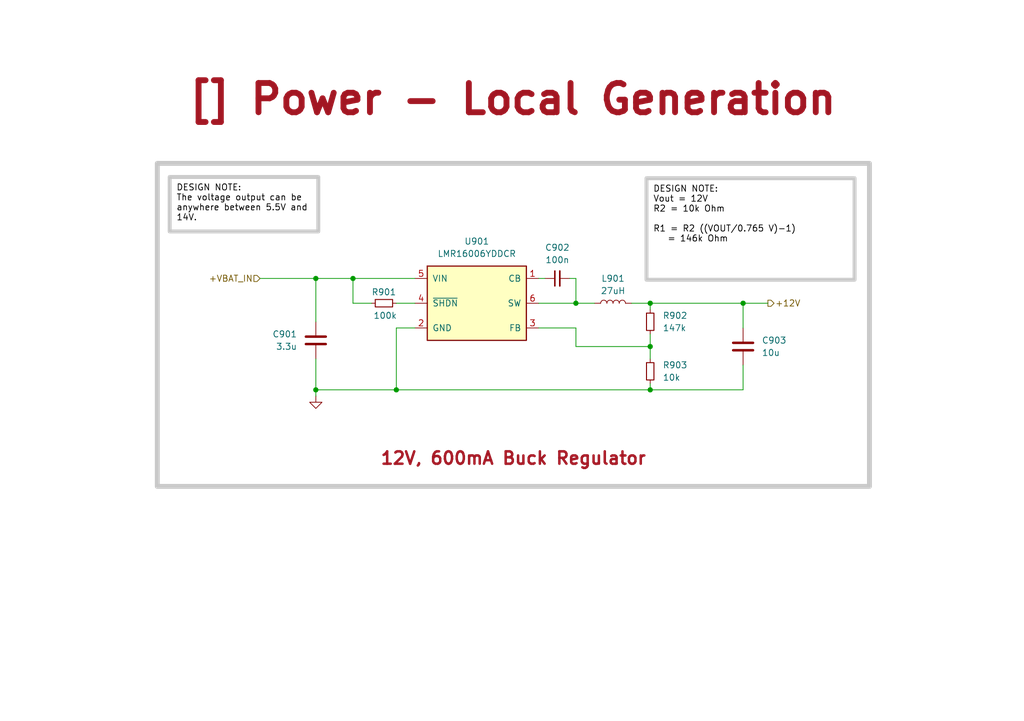
<source format=kicad_sch>
(kicad_sch (version 20231120) (generator "eeschema") (generator_version "8.0")
  (paper "A5")
  (title_block (title "Power - Local Generation") (date "Last Modified Date") (rev "${REVISION}") (company "${COMPANY}"))
  (lib_symbols
    (symbol "Device:C" (pin_numbers hide) (pin_names (offset 0.254))
      (property "Reference" "C" (at 0.635 2.54 0))
      (property "Value" "C" (at 0.635 -2.54 0))
      (symbol "C_0_1"
        (polyline (pts (xy -2.032 -0.762) (xy 2.032 -0.762)) (stroke (width 0.508)))
        (polyline (pts (xy -2.032 0.762) (xy 2.032 0.762)) (stroke (width 0.508)))
      )
      (symbol "C_1_1"
        (pin passive line (at 0 3.81 270) (length 2.794) (name "~") (number "1"))
        (pin passive line (at 0 -3.81 90) (length 2.794) (name "~") (number "2"))
      )
    )
    (symbol "Device:C_Small" (pin_numbers hide) (pin_names (offset 0.254) hide)
      (property "Reference" "C" (at 0.254 1.778 0))
      (property "Value" "C_Small" (at 0.254 -2.032 0))
      (symbol "C_Small_0_1"
        (polyline (pts (xy -1.524 -0.508) (xy 1.524 -0.508)) (stroke (width 0.3302)))
        (polyline (pts (xy -1.524 0.508) (xy 1.524 0.508)) (stroke (width 0.3048)))
      )
      (symbol "C_Small_1_1"
        (pin passive line (at 0 2.54 270) (length 2.032) (name "~") (number "1"))
        (pin passive line (at 0 -2.54 90) (length 2.032) (name "~") (number "2"))
      )
    )
    (symbol "Device:L" (pin_numbers hide) (pin_names (offset 1.016) hide)
      (property "Reference" "L" (at -1.27 0 90))
      (property "Value" "L" (at 1.905 0 90))
      (symbol "L_0_1"
        (arc (start 0 -2.54) (mid 0.6323 -1.905) (end 0 -1.27))
        (arc (start 0 -1.27) (mid 0.6323 -0.635) (end 0 0))
        (arc (start 0 0) (mid 0.6323 0.635) (end 0 1.27))
        (arc (start 0 1.27) (mid 0.6323 1.905) (end 0 2.54))
      )
      (symbol "L_1_1"
        (pin passive line (at 0 3.81 270) (length 1.27) (name "1") (number "1"))
        (pin passive line (at 0 -3.81 90) (length 1.27) (name "2") (number "2"))
      )
    )
    (symbol "Device:R_Small" (pin_numbers hide) (pin_names (offset 0.254) hide)
      (property "Reference" "R" (at 0.762 0.508 0))
      (property "Value" "R_Small" (at 0.762 -1.016 0))
      (symbol "R_Small_0_1"
        (rectangle (start -0.762 1.778) (end 0.762 -1.778) (stroke (width 0.2032)))
      )
      (symbol "R_Small_1_1"
        (pin passive line (at 0 2.54 270) (length 0.762) (name "~") (number "1"))
        (pin passive line (at 0 -2.54 90) (length 0.762) (name "~") (number "2"))
      )
    )
    (symbol "Regulator_Switching:LMR16006YQ" (pin_names (offset 1.016))
      (property "Reference" "U2" (at 0 12.7 0))
      (property "Value" "LMR16006YDDCR" (at 0 10.16 0))
      (symbol "LMR16006YQ_0_1"
        (rectangle (start -10.16 7.62) (end 10.16 -7.62) (stroke (width 0.254)) (fill (type background)))
      )
      (symbol "LMR16006YQ_1_1"
        (pin input line (at 12.7 5.08 180) (length 2.54) (name "CB") (number "1"))
        (pin power_in line (at -12.7 -5.08 0) (length 2.54) (name "GND") (number "2"))
        (pin input line (at 12.7 -5.08 180) (length 2.54) (name "FB") (number "3"))
        (pin input line (at -12.7 0 0) (length 2.54) (name "~{SHDN}") (number "4"))
        (pin power_in line (at -12.7 5.08 0) (length 2.54) (name "VIN") (number "5"))
        (pin output line (at 12.7 0 180) (length 2.54) (name "SW") (number "6"))
      )
    )
    (symbol "power:GND" (power) (pin_numbers hide) (pin_names (offset 0) hide)
      (property "Value" "GND" (at 0 -3.81 0))
      (symbol "GND_0_1"
        (polyline (pts (xy 0 0) (xy 0 -1.27) (xy 1.27 -1.27) (xy 0 -2.54) (xy -1.27 -1.27) (xy 0 -1.27)))
      )
      (symbol "GND_1_1"
        (pin power_in line (at 0 0 270) (length 0) (name "~") (number "1"))
      )
    )
  )
  (junction (at 133.35 71.12))
  (junction (at 118.11 62.23))
  (junction (at 64.77 80.01))
  (junction (at 133.35 80.01))
  (junction (at 133.35 62.23))
  (junction (at 152.4 62.23))
  (junction (at 72.39 57.15))
  (junction (at 64.77 57.15))
  (junction (at 81.28 80.01))
  (wire (pts (xy 118.11 71.12) (xy 133.35 71.12)))
  (wire (pts (xy 64.77 57.15) (xy 72.39 57.15)))
  (wire (pts (xy 118.11 57.15) (xy 118.11 62.23)))
  (wire (pts (xy 133.35 71.12) (xy 133.35 73.66)))
  (wire (pts (xy 133.35 78.74) (xy 133.35 80.01)))
  (wire (pts (xy 81.28 67.31) (xy 81.28 80.01)))
  (wire (pts (xy 133.35 62.23) (xy 129.54 62.23)))
  (wire (pts (xy 152.4 80.01) (xy 133.35 80.01)))
  (wire (pts (xy 152.4 67.31) (xy 152.4 62.23)))
  (wire (pts (xy 72.39 62.23) (xy 72.39 57.15)))
  (wire (pts (xy 64.77 73.66) (xy 64.77 80.01)))
  (wire (pts (xy 118.11 67.31) (xy 118.11 71.12)))
  (wire (pts (xy 72.39 57.15) (xy 85.09 57.15)))
  (wire (pts (xy 110.49 57.15) (xy 111.76 57.15)))
  (wire (pts (xy 85.09 67.31) (xy 81.28 67.31)))
  (wire (pts (xy 152.4 62.23) (xy 157.48 62.23)))
  (wire (pts (xy 81.28 62.23) (xy 85.09 62.23)))
  (wire (pts (xy 133.35 62.23) (xy 152.4 62.23)))
  (wire (pts (xy 64.77 66.04) (xy 64.77 57.15)))
  (wire (pts (xy 133.35 68.58) (xy 133.35 71.12)))
  (wire (pts (xy 116.84 57.15) (xy 118.11 57.15)))
  (wire (pts (xy 64.77 80.01) (xy 64.77 81.28)))
  (wire (pts (xy 76.2 62.23) (xy 72.39 62.23)))
  (wire (pts (xy 110.49 67.31) (xy 118.11 67.31)))
  (wire (pts (xy 81.28 80.01) (xy 64.77 80.01)))
  (wire (pts (xy 152.4 74.93) (xy 152.4 80.01)))
  (wire (pts (xy 110.49 62.23) (xy 118.11 62.23)))
  (wire (pts (xy 81.28 80.01) (xy 133.35 80.01)))
  (wire (pts (xy 133.35 63.5) (xy 133.35 62.23)))
  (wire (pts (xy 53.34 57.15) (xy 64.77 57.15)))
  (wire (pts (xy 118.11 62.23) (xy 121.92 62.23)))
  (rectangle (start 32.258 33.528) (end 178.308 99.822) (stroke (width 1) (color 200 200 200 1)))
  (text_box "[${#}] ${TITLE}" (at 12.446 13.97 0) (size 185.42 12.7) (stroke (width -0.0001)) (effects (font (size 6 6) (thickness 1.2) (bold yes))))
  (text_box "DESIGN NOTE:\nVout = 12V \nR2 = 10k Ohm\n\nR1 = R2 ((VOUT/0.765 V)-1) \n   = 146k Ohm" (at 132.588 36.576 0) (size 42.672 20.828) (stroke (width 0.8) (color 200 200 200 1)) (effects (font (size 1.27 1.27)) (justify left top)))
  (text_box "DESIGN NOTE:\nThe voltage output can be anywhere between 5.5V and 14V." (at 34.798 36.322 0) (size 30.48 11.176) (stroke (width 0.8) (color 200 200 200 1)) (effects (font (size 1.27 1.27)) (justify left top)))
  (text_box "12V, 600mA Buck Regulator " (at 32.258 90.424 0) (size 146.05 6.985) (stroke (width -0.0001)) (effects (font (size 2.54 2.54) (thickness 0.508) (bold yes)) (justify bottom)))
  (hierarchical_label "+12V" (shape output) (at 157.48 62.23 0))
  (hierarchical_label "+VBAT_IN" (shape input) (at 53.34 57.15 180))
  (symbol (lib_id "Regulator_Switching:LMR16006YQ") (at 97.79 62.23 0) (unit 1)
    (property "Reference" "U901" (at 97.79 49.53 0))
    (property "Value" "LMR16006YDDCR" (at 97.79 52.07 0))
    (property "Footprint" "Package_TO_SOT_SMD:SOT-23-6" (effects (hide yes)))
    (property "Datasheet" "http://www.ti.com/lit/ds/symlink/lmr16006y-q1.pdf" (effects (hide yes)))
    (property "Description" "Simple Switcher Buck Regulator, Vin=4-40V, Iout=600mA, Adjustable output voltage, SOT-23-6 package" (effects (hide yes)))
  )
  (symbol (lib_id "Device:R_Small") (at 133.35 66.04 0) (unit 1)
    (property "Reference" "R902" (at 135.89 64.7699 0) (effects (justify left)))
    (property "Value" "147k" (at 135.89 67.3099 0) (effects (justify left)))
    (property "Description" "Resistor, small symbol" (effects (hide yes)))
  )
  (symbol (lib_id "Device:R_Small") (at 133.35 76.2 0) (unit 1)
    (property "Reference" "R903" (at 135.89 74.9299 0) (effects (justify left)))
    (property "Value" "10k" (at 135.89 77.4699 0) (effects (justify left)))
    (property "Description" "Resistor, small symbol" (effects (hide yes)))
  )
  (symbol (lib_id "Device:L") (at 125.73 62.23 90) (unit 1)
    (property "Reference" "L901" (at 125.73 57.15 90))
    (property "Value" "27uH" (at 125.73 59.69 90))
    (property "Description" "Inductor" (effects (hide yes)))
  )
  (symbol (lib_id "Device:R_Small") (at 78.74 62.23 90) (unit 1)
    (property "Reference" "R901" (at 78.74 59.944 90))
    (property "Value" "100k" (at 78.994 64.77 90))
    (property "Description" "Resistor, small symbol" (effects (hide yes)))
  )
  (symbol (lib_id "power:GND") (at 64.77 81.28 0) (unit 1)
    (property "Reference" "#PWR0901" (effects (hide yes)))
    (property "Value" "GND" (effects (hide yes)))
    (property "Description" "Power symbol creates a global label with name \"GND\" , ground" (effects (hide yes)))
  )
  (symbol (lib_id "Device:C") (at 152.4 71.12 0) (unit 1)
    (property "Reference" "C903" (at 156.21 69.8499 0) (effects (justify left)))
    (property "Value" "10u" (at 156.21 72.3899 0) (effects (justify left)))
    (property "Description" "Unpolarized capacitor" (effects (hide yes)))
  )
  (symbol (lib_id "Device:C") (at 64.77 69.85 0) (mirror y) (unit 1)
    (property "Reference" "C901" (at 60.96 68.5799 0) (effects (justify left)))
    (property "Value" "3.3u" (at 60.96 71.1199 0) (effects (justify left)))
    (property "Description" "Unpolarized capacitor" (effects (hide yes)))
  )
  (symbol (lib_id "Device:C_Small") (at 114.3 57.15 90) (unit 1)
    (property "Reference" "C902" (at 114.3063 50.8 90))
    (property "Value" "100n" (at 114.3063 53.34 90))
    (property "Description" "Unpolarized capacitor, small symbol" (effects (hide yes)))
  )
)
</source>
